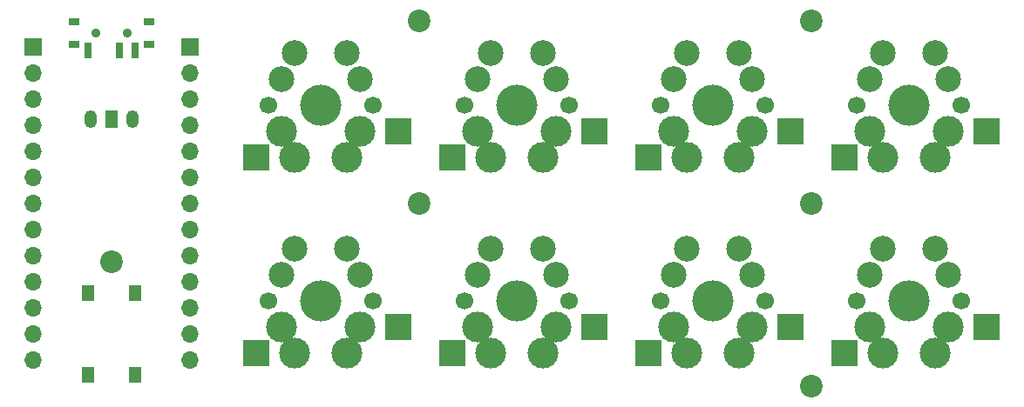
<source format=gbs>
G04 #@! TF.GenerationSoftware,KiCad,Pcbnew,(6.0.7)*
G04 #@! TF.CreationDate,2022-11-12T22:44:30+08:00*
G04 #@! TF.ProjectId,KP08_keypad,4b503038-5f6b-4657-9970-61642e6b6963,1.0*
G04 #@! TF.SameCoordinates,Original*
G04 #@! TF.FileFunction,Soldermask,Bot*
G04 #@! TF.FilePolarity,Negative*
%FSLAX46Y46*%
G04 Gerber Fmt 4.6, Leading zero omitted, Abs format (unit mm)*
G04 Created by KiCad (PCBNEW (6.0.7)) date 2022-11-12 22:44:30*
%MOMM*%
%LPD*%
G01*
G04 APERTURE LIST*
G04 Aperture macros list*
%AMOutline4P*
0 Free polygon, 4 corners , with rotation*
0 The origin of the aperture is its center*
0 number of corners: always 4*
0 $1 to $8 corner X, Y*
0 $9 Rotation angle, in degrees counterclockwise*
0 create outline with 4 corners*
4,1,4,$1,$2,$3,$4,$5,$6,$7,$8,$1,$2,$9*%
G04 Aperture macros list end*
%ADD10C,1.700000*%
%ADD11C,3.000000*%
%ADD12C,4.000000*%
%ADD13C,2.500000*%
%ADD14R,2.500000X2.550000*%
%ADD15R,1.700000X1.700000*%
%ADD16O,1.700000X1.700000*%
%ADD17C,2.200000*%
%ADD18C,0.900000*%
%ADD19R,1.000000X0.800000*%
%ADD20R,0.700000X1.500000*%
%ADD21R,1.300000X1.550000*%
%ADD22O,1.200000X1.750000*%
%ADD23Outline4P,-0.600000X-0.875000X0.600000X-0.875000X0.600000X0.875000X-0.600000X0.875000X180.000000*%
G04 APERTURE END LIST*
D10*
X176530000Y-76200000D03*
D11*
X167640000Y-78740000D03*
D10*
X166370000Y-76200000D03*
D11*
X168910000Y-81280000D03*
X175260000Y-78740000D03*
X173990000Y-81280000D03*
D12*
X171450000Y-76200000D03*
D13*
X167640000Y-73660000D03*
D14*
X165160000Y-81280000D03*
D13*
X168910000Y-71120000D03*
X175260000Y-73660000D03*
X173990000Y-71120000D03*
D14*
X179010000Y-78740000D03*
D11*
X116840000Y-81280000D03*
D10*
X109220000Y-76200000D03*
D11*
X118110000Y-78740000D03*
D12*
X114300000Y-76200000D03*
D10*
X119380000Y-76200000D03*
D11*
X111760000Y-81280000D03*
X110490000Y-78740000D03*
D13*
X111760000Y-71120000D03*
X110490000Y-73660000D03*
D14*
X108010000Y-81280000D03*
D13*
X118110000Y-73660000D03*
D14*
X121860000Y-78740000D03*
D13*
X116840000Y-71120000D03*
D10*
X176530000Y-95250000D03*
D11*
X168910000Y-100330000D03*
X175260000Y-97790000D03*
X167640000Y-97790000D03*
X173990000Y-100330000D03*
D12*
X171450000Y-95250000D03*
D10*
X166370000Y-95250000D03*
D13*
X167640000Y-92710000D03*
X168910000Y-90170000D03*
D14*
X165160000Y-100330000D03*
D13*
X173990000Y-90170000D03*
X175260000Y-92710000D03*
D14*
X179010000Y-97790000D03*
D15*
X86360000Y-70485000D03*
D16*
X86360000Y-73025000D03*
X86360000Y-75565000D03*
X86360000Y-78105000D03*
X86360000Y-80645000D03*
X86360000Y-83185000D03*
X86360000Y-85725000D03*
X86360000Y-88265000D03*
X86360000Y-90805000D03*
X86360000Y-93345000D03*
X86360000Y-95885000D03*
X86360000Y-98425000D03*
X86360000Y-100965000D03*
D17*
X93980000Y-91440000D03*
D11*
X135890000Y-81280000D03*
D12*
X133350000Y-76200000D03*
D11*
X137160000Y-78740000D03*
X129540000Y-78740000D03*
D10*
X138430000Y-76200000D03*
X128270000Y-76200000D03*
D11*
X130810000Y-81280000D03*
D14*
X127060000Y-81280000D03*
D13*
X129540000Y-73660000D03*
X130810000Y-71120000D03*
X135890000Y-71120000D03*
X137160000Y-73660000D03*
D14*
X140910000Y-78740000D03*
D15*
X101600000Y-70485000D03*
D16*
X101600000Y-73025000D03*
X101600000Y-75565000D03*
X101600000Y-78105000D03*
X101600000Y-80645000D03*
X101600000Y-83185000D03*
X101600000Y-85725000D03*
X101600000Y-88265000D03*
X101600000Y-90805000D03*
X101600000Y-93345000D03*
X101600000Y-95885000D03*
X101600000Y-98425000D03*
X101600000Y-100965000D03*
D17*
X161925000Y-85725000D03*
D12*
X133350000Y-95250000D03*
D11*
X137160000Y-97790000D03*
X130810000Y-100330000D03*
X129540000Y-97790000D03*
D10*
X138430000Y-95250000D03*
X128270000Y-95250000D03*
D11*
X135890000Y-100330000D03*
D13*
X130810000Y-90170000D03*
X129540000Y-92710000D03*
D14*
X127060000Y-100330000D03*
X140910000Y-97790000D03*
D13*
X135890000Y-90170000D03*
X137160000Y-92710000D03*
D17*
X161925000Y-103505000D03*
X161925000Y-67945000D03*
D11*
X154940000Y-100330000D03*
X149860000Y-100330000D03*
X156210000Y-97790000D03*
D10*
X157480000Y-95250000D03*
D11*
X148590000Y-97790000D03*
D12*
X152400000Y-95250000D03*
D10*
X147320000Y-95250000D03*
D14*
X146110000Y-100330000D03*
D13*
X149860000Y-90170000D03*
X148590000Y-92710000D03*
D14*
X159960000Y-97790000D03*
D13*
X154940000Y-90170000D03*
X156210000Y-92710000D03*
D10*
X157480000Y-76200000D03*
D11*
X156210000Y-78740000D03*
X149860000Y-81280000D03*
D10*
X147320000Y-76200000D03*
D11*
X148590000Y-78740000D03*
X154940000Y-81280000D03*
D12*
X152400000Y-76200000D03*
D13*
X149860000Y-71120000D03*
X148590000Y-73660000D03*
D14*
X146110000Y-81280000D03*
X159960000Y-78740000D03*
D13*
X156210000Y-73660000D03*
X154940000Y-71120000D03*
D17*
X123825000Y-85725000D03*
D11*
X111760000Y-100330000D03*
D10*
X119380000Y-95250000D03*
D12*
X114300000Y-95250000D03*
D10*
X109220000Y-95250000D03*
D11*
X116840000Y-100330000D03*
X110490000Y-97790000D03*
X118110000Y-97790000D03*
D13*
X111760000Y-90170000D03*
D14*
X108010000Y-100330000D03*
D13*
X110490000Y-92710000D03*
X118110000Y-92710000D03*
D14*
X121860000Y-97790000D03*
D13*
X116840000Y-90170000D03*
D17*
X123825000Y-67945000D03*
D18*
X95480000Y-69106000D03*
X92480000Y-69106000D03*
D19*
X97630000Y-68006000D03*
X90330000Y-68006000D03*
X90330000Y-70216000D03*
D18*
X92480000Y-69106000D03*
X95480000Y-69106000D03*
D19*
X97630000Y-70216000D03*
D20*
X91730000Y-70866000D03*
X94730000Y-70866000D03*
X96230000Y-70866000D03*
D21*
X96230000Y-94450000D03*
X96230000Y-102400000D03*
X91730000Y-102400000D03*
X91730000Y-94450000D03*
D22*
X95980000Y-77555000D03*
D23*
X93980000Y-77555000D03*
D22*
X91980000Y-77555000D03*
M02*

</source>
